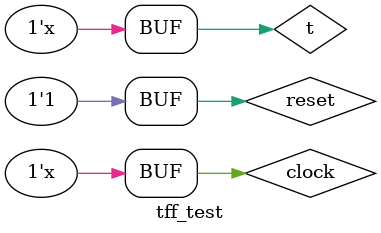
<source format=v>
`timescale 1ns / 1ps


module tff_test;

	// Inputs
	reg t;
	reg clock;
	reg reset;

	// Outputs
	wire out;

	// Instantiate the Unit Under Test (UUT)
	tff uut (
		.out(out), 
		.t(t), 
		.clock(clock), 
		.reset(reset)
	);

	initial begin
		// Initialize Inputs
		t = 0;
		clock = 0;
		reset = 0;

		// Wait 100 ns for global reset to finish
		#100;
        
		// Add stimulus here

	end
	always #100 clock= ~clock;
		always #10 reset = 1;
		always #30 t= ~t;
    
endmodule


</source>
